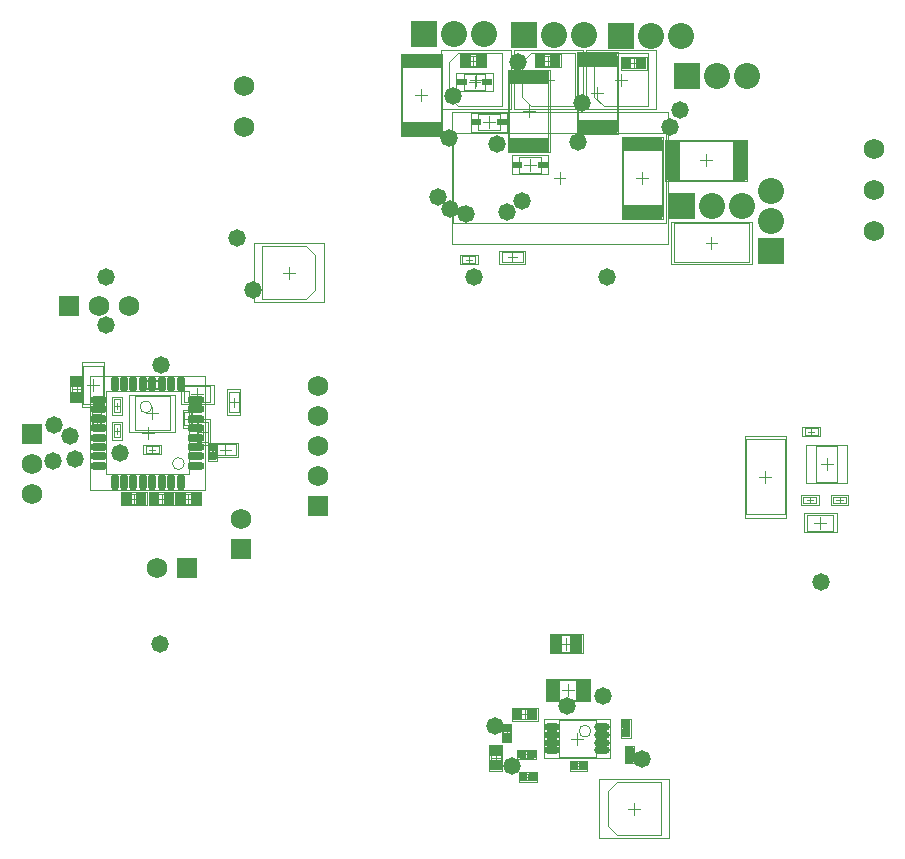
<source format=gbs>
G04 Layer_Color=16711935*
%FSLAX43Y43*%
%MOMM*%
G71*
G01*
G75*
%ADD28C,0.100*%
%ADD29C,0.050*%
%ADD48R,0.653X0.703*%
%ADD49R,0.703X0.653*%
%ADD52R,0.743X0.723*%
%ADD53R,1.053X0.953*%
%ADD54R,1.103X1.553*%
%ADD57R,0.953X1.053*%
%ADD58R,3.403X1.253*%
%ADD59R,1.253X3.403*%
%ADD63C,1.727*%
%ADD64R,1.727X1.727*%
%ADD65R,1.727X1.727*%
%ADD66C,2.203*%
%ADD67R,2.203X2.203*%
%ADD68R,2.203X2.203*%
%ADD69C,1.473*%
%ADD70R,0.723X0.743*%
%ADD71R,1.253X1.853*%
%ADD72R,0.953X0.553*%
%ADD73O,1.453X0.753*%
%ADD74O,0.753X1.453*%
%ADD75O,1.353X0.653*%
D28*
X77562Y120250D02*
G03*
X77562Y120250I-500J0D01*
G01*
X104438Y136754D02*
G03*
X104438Y136754I-500J0D01*
G01*
X80313Y115454D02*
G03*
X80313Y115454I-500J0D01*
G01*
X114738Y92804D02*
G03*
X114738Y92804I-500J0D01*
G01*
X76162Y118250D02*
X79062D01*
X76162Y121150D02*
X79062D01*
Y118250D02*
Y121150D01*
X76162Y118250D02*
Y121150D01*
X74325Y119777D02*
X74875D01*
X74325Y120877D02*
X74875D01*
Y119777D02*
Y120877D01*
X74325Y119777D02*
Y120877D01*
X72625Y118577D02*
X73175D01*
X72625Y119677D02*
X73175D01*
Y118577D02*
Y119677D01*
X72625Y118577D02*
Y119677D01*
X74325Y118777D02*
X74875D01*
X74325Y117677D02*
X74875D01*
X74325D02*
Y118777D01*
X74875Y117677D02*
Y118777D01*
X80325Y118677D02*
X80875D01*
Y119777D01*
X80325Y118677D02*
Y119777D01*
X80875D01*
X78150Y116352D02*
Y116902D01*
X77050D02*
X78150D01*
X77050Y116352D02*
X78150D01*
X77050D02*
Y116902D01*
X84650Y116152D02*
Y117102D01*
X82950D02*
X84650D01*
X82950Y116152D02*
X84650D01*
X82950D02*
Y117102D01*
X71750Y120527D02*
X73450D01*
X71750Y123727D02*
X73450D01*
X71750Y120527D02*
Y123727D01*
X73450Y120527D02*
Y123727D01*
X78150Y121852D02*
Y122402D01*
X77050Y121852D02*
Y122402D01*
Y121852D02*
X78150D01*
X77050Y122402D02*
X78150D01*
X81495Y118977D02*
X82305D01*
X81495Y117277D02*
X82305D01*
Y118977D01*
X81495Y117277D02*
Y118977D01*
X82500Y120627D02*
Y122027D01*
X80300Y120627D02*
X82500D01*
X80300D02*
Y122027D01*
X82500D01*
X84095Y119777D02*
X84905D01*
X84095Y121477D02*
X84905D01*
X84095Y119777D02*
Y121477D01*
X84905Y119777D02*
Y121477D01*
X133050Y109727D02*
X135250D01*
X133050Y111127D02*
X135250D01*
Y109727D02*
Y111127D01*
X133050Y109727D02*
Y111127D01*
X115813Y150204D02*
X119538D01*
Y145704D02*
Y150204D01*
X115813Y145704D02*
X119538D01*
X115038Y149429D02*
X115813Y150204D01*
X115038Y146479D02*
Y149429D01*
Y146479D02*
X115813Y145704D01*
X108888Y146479D02*
Y149429D01*
Y146479D02*
X109663Y145704D01*
X113388D01*
Y150204D01*
X109663D02*
X113388D01*
X108888Y149429D02*
X109663Y150204D01*
X103513D02*
X107238D01*
Y145704D02*
Y150204D01*
X103513Y145704D02*
X107238D01*
X102738Y149429D02*
X103513Y150204D01*
X102738Y146479D02*
Y149429D01*
Y146479D02*
X103513Y145704D01*
X90625Y129350D02*
X91400Y130125D01*
Y133075D01*
X86900Y129350D02*
X90625D01*
Y133850D02*
X91400Y133075D01*
X86900Y133850D02*
X90625D01*
X86900Y129350D02*
Y133850D01*
X108950Y132522D02*
Y133332D01*
X107250Y132522D02*
Y133332D01*
Y132522D02*
X108950D01*
X107250Y133332D02*
X108950D01*
X116150Y87702D02*
X116925Y88477D01*
X116150Y84752D02*
Y87702D01*
X116925Y88477D02*
X120650D01*
Y83977D02*
Y88477D01*
X116150Y84752D02*
X116925Y83977D01*
X120650D01*
X136338Y112079D02*
Y112629D01*
X135238D02*
X136338D01*
X135238Y112079D02*
X136338D01*
X135238D02*
Y112629D01*
X133938Y117879D02*
Y118429D01*
X132838D02*
X133938D01*
X132838Y117879D02*
X133938D01*
X132838D02*
Y118429D01*
X133838Y112079D02*
Y112629D01*
X132738D02*
X133838D01*
X132738Y112079D02*
X133838D01*
X132738D02*
Y112629D01*
X127850Y111147D02*
X131150D01*
Y117507D01*
X127850Y111147D02*
Y117507D01*
X131150D01*
X121770Y132477D02*
Y135777D01*
X128130Y132477D02*
Y135777D01*
X121770D02*
X128130D01*
X121770Y132477D02*
X128130D01*
X103850Y132452D02*
Y133002D01*
X104950Y132452D02*
Y133002D01*
X103850D02*
X104950D01*
X103850Y132452D02*
X104950D01*
X133838Y113904D02*
X135588D01*
Y116904D01*
X133838D02*
X135588D01*
X133838Y113904D02*
Y116904D01*
X121138Y135854D02*
Y143454D01*
X103038D02*
X121138D01*
X103038Y135854D02*
X121138D01*
X103038D02*
Y143454D01*
X127680Y139477D02*
Y142777D01*
X121320D02*
X127680D01*
X121320Y139477D02*
Y142777D01*
Y139477D02*
X127680D01*
X119213Y148949D02*
Y149759D01*
X117513Y148949D02*
X119213D01*
X117513Y149759D02*
X119213D01*
X117513Y148949D02*
Y149759D01*
X111938Y149149D02*
Y149959D01*
X110238Y149149D02*
X111938D01*
X110238Y149959D02*
X111938D01*
X110238Y149149D02*
Y149959D01*
X105638Y149149D02*
Y149959D01*
X103938Y149149D02*
X105638D01*
X103938Y149959D02*
X105638D01*
X103938Y149149D02*
Y149959D01*
X106295Y89677D02*
Y91377D01*
Y89677D02*
X107105D01*
X106295Y91377D02*
X107105D01*
Y89677D02*
Y91377D01*
X109860Y90552D02*
Y91102D01*
X108760Y90552D02*
Y91102D01*
X109860D01*
X108760Y90552D02*
X109860D01*
X70795Y120877D02*
Y122577D01*
Y120877D02*
X71605D01*
X70795Y122577D02*
X71605D01*
Y120877D02*
Y122577D01*
X81513Y112049D02*
Y112859D01*
X79813Y112049D02*
X81513D01*
X79813Y112859D02*
X81513D01*
X79813Y112049D02*
Y112859D01*
X117975Y92477D02*
Y93577D01*
X117425D02*
X117975D01*
X117425Y92477D02*
X117975D01*
X117425D02*
Y93577D01*
X76913Y112049D02*
Y112859D01*
X75213Y112049D02*
X76913D01*
X75213Y112859D02*
X76913D01*
X75213Y112049D02*
Y112859D01*
X79238Y112049D02*
Y112859D01*
X77538Y112049D02*
X79238D01*
X77538Y112859D02*
X79238D01*
X77538Y112049D02*
Y112859D01*
X108275Y93822D02*
Y94632D01*
X109975Y93822D02*
Y94632D01*
X108275D02*
X109975D01*
X108275Y93822D02*
X109975D01*
X113750Y99500D02*
Y100900D01*
X111550D02*
X113750D01*
X111550Y99500D02*
Y100900D01*
Y99500D02*
X113750D01*
X114400Y95450D02*
Y97150D01*
X111200D02*
X114400D01*
X111200Y95450D02*
Y97150D01*
Y95450D02*
X114400D01*
X103988Y148429D02*
X105788D01*
X103988Y147079D02*
X105788D01*
Y148429D01*
X103988Y147079D02*
Y148429D01*
X105213Y145029D02*
X107013D01*
Y143679D02*
Y145029D01*
X105213Y143679D02*
Y145029D01*
Y143679D02*
X107013D01*
X108688Y141429D02*
X110488D01*
Y140079D02*
Y141429D01*
X108688Y140079D02*
Y141429D01*
Y140079D02*
X110488D01*
X98738Y143474D02*
X102038D01*
X98738Y149834D02*
X102038D01*
Y143474D02*
Y149834D01*
X98738Y143474D02*
Y149834D01*
X107838Y148484D02*
X111138D01*
Y142124D02*
Y148484D01*
X107838Y142124D02*
Y148484D01*
Y142124D02*
X111138D01*
X113638Y149984D02*
X116938D01*
Y143624D02*
Y149984D01*
X113638Y143624D02*
Y149984D01*
Y143624D02*
X116938D01*
X117450Y136447D02*
X120750D01*
Y142807D01*
X117450Y136447D02*
Y142807D01*
X120750D01*
X82413Y117004D02*
X82963D01*
X82413Y115904D02*
X82963D01*
Y117004D01*
X82413Y115904D02*
Y117004D01*
X114250Y89552D02*
Y90102D01*
X113150Y89552D02*
X114250D01*
X113150Y90102D02*
X114250D01*
X113150Y89552D02*
Y90102D01*
X109950Y88652D02*
Y89202D01*
X108850Y88652D02*
X109950D01*
X108850Y89202D02*
X109950D01*
X108850Y88652D02*
Y89202D01*
X118275Y90277D02*
Y91377D01*
X117725D02*
X118275D01*
X117725Y90277D02*
X118275D01*
X117725D02*
Y91377D01*
X107875Y92077D02*
Y93177D01*
X107325D02*
X107875D01*
X107325Y92077D02*
X107875D01*
X107325D02*
Y93177D01*
X80713Y114554D02*
Y121554D01*
X73713D02*
X80713D01*
X73713Y114554D02*
X80713D01*
X73713D02*
Y121554D01*
X115138Y90604D02*
Y93704D01*
X112038D02*
X115138D01*
X112038Y90604D02*
X115138D01*
X112038D02*
Y93704D01*
X77612Y119200D02*
Y120200D01*
X77112Y119700D02*
X78112D01*
X74325Y120327D02*
X74875D01*
X74600Y120052D02*
Y120602D01*
X72625Y119127D02*
X73175D01*
X72900Y118852D02*
Y119402D01*
X74325Y118227D02*
X74875D01*
X74600Y117952D02*
Y118502D01*
X80325Y119227D02*
X80875D01*
X80600Y118952D02*
Y119502D01*
X77600Y116352D02*
Y116902D01*
X77325Y116627D02*
X77875D01*
X83800Y116152D02*
Y117102D01*
X83325Y116627D02*
X84275D01*
X72600Y121627D02*
Y122627D01*
X72100Y122127D02*
X73100D01*
X77600Y121852D02*
Y122402D01*
X77325Y122127D02*
X77875D01*
X81900Y117722D02*
Y118532D01*
X81495Y118127D02*
X82305D01*
X80900Y121327D02*
X81900D01*
X81400Y120827D02*
Y121827D01*
X84500Y120222D02*
Y121032D01*
X84095Y120627D02*
X84905D01*
X134150Y109927D02*
Y110927D01*
X133650Y110427D02*
X134650D01*
X117288Y147454D02*
Y148454D01*
X116788Y147954D02*
X117788D01*
X111138Y147454D02*
Y148454D01*
X110638Y147954D02*
X111638D01*
X104988Y147454D02*
Y148454D01*
X104488Y147954D02*
X105488D01*
X89150Y131100D02*
Y132100D01*
X88650Y131600D02*
X89650D01*
X107695Y132927D02*
X108505D01*
X108100Y132522D02*
Y133332D01*
X118400Y85727D02*
Y86727D01*
X117900Y86227D02*
X118900D01*
X135513Y112354D02*
X136063D01*
X135788Y112079D02*
Y112629D01*
X133113Y118154D02*
X133663D01*
X133388Y117879D02*
Y118429D01*
X133013Y112354D02*
X133563D01*
X133288Y112079D02*
Y112629D01*
X129000Y114327D02*
X130000D01*
X129500Y113827D02*
Y114827D01*
X124450Y134127D02*
X125450D01*
X124950Y133627D02*
Y134627D01*
X104400Y132452D02*
Y133002D01*
X104125Y132727D02*
X104675D01*
X134713Y114904D02*
Y115904D01*
X134213Y115404D02*
X135213D01*
X111588Y139654D02*
X112588D01*
X112088Y139154D02*
Y140154D01*
X124500Y140627D02*
Y141627D01*
X124000Y141127D02*
X125000D01*
X118363Y148949D02*
Y149759D01*
X117958Y149354D02*
X118768D01*
X111088Y149149D02*
Y149959D01*
X110683Y149554D02*
X111493D01*
X104788Y149149D02*
Y149959D01*
X104383Y149554D02*
X105193D01*
X106700Y90122D02*
Y90932D01*
X106295Y90527D02*
X107105D01*
X109310Y90552D02*
Y91102D01*
X109035Y90827D02*
X109585D01*
X71200Y121322D02*
Y122132D01*
X70795Y121727D02*
X71605D01*
X80663Y112049D02*
Y112859D01*
X80258Y112454D02*
X81068D01*
X117700Y92752D02*
Y93302D01*
X117425Y93027D02*
X117975D01*
X76063Y112049D02*
Y112859D01*
X75658Y112454D02*
X76468D01*
X78388Y112049D02*
Y112859D01*
X77983Y112454D02*
X78793D01*
X109125Y93822D02*
Y94632D01*
X108720Y94227D02*
X109530D01*
X112150Y100200D02*
X113150D01*
X112650Y99700D02*
Y100700D01*
X112300Y96300D02*
X113300D01*
X112800Y95800D02*
Y96800D01*
X104388Y147754D02*
X105388D01*
X104888Y147254D02*
Y148254D01*
X106113Y143854D02*
Y144854D01*
X105613Y144354D02*
X106613D01*
X109588Y140254D02*
Y141254D01*
X109088Y140754D02*
X110088D01*
X100388Y146154D02*
Y147154D01*
X99888Y146654D02*
X100888D01*
X109488Y144804D02*
Y145804D01*
X108988Y145304D02*
X109988D01*
X115288Y146304D02*
Y147304D01*
X114788Y146804D02*
X115788D01*
X118600Y139627D02*
X119600D01*
X119100Y139127D02*
Y140127D01*
X82413Y116454D02*
X82963D01*
X82688Y116179D02*
Y116729D01*
X113700Y89552D02*
Y90102D01*
X113425Y89827D02*
X113975D01*
X109400Y88652D02*
Y89202D01*
X109125Y88927D02*
X109675D01*
X118000Y90552D02*
Y91102D01*
X117725Y90827D02*
X118275D01*
X107600Y92352D02*
Y92902D01*
X107325Y92627D02*
X107875D01*
X77213Y117554D02*
Y118554D01*
X76713Y118054D02*
X77713D01*
X113088Y92154D02*
X114088D01*
X113588Y91654D02*
Y92654D01*
D29*
X75657Y118150D02*
X79567D01*
X75657Y121250D02*
X79567D01*
Y118150D02*
Y121250D01*
X75657Y118150D02*
Y121250D01*
X75000Y119577D02*
Y121077D01*
X74200Y119577D02*
X75000D01*
X74200Y121077D02*
X75000D01*
X74200Y119577D02*
Y121077D01*
X73300Y118377D02*
Y119877D01*
X72500Y118377D02*
X73300D01*
X72500Y119877D02*
X73300D01*
X72500Y118377D02*
Y119877D01*
X74200Y117477D02*
Y118977D01*
X75000D01*
X74200Y117477D02*
X75000D01*
Y118977D01*
X80200Y118477D02*
X81000D01*
X80200D02*
Y119977D01*
X81000Y118477D02*
Y119977D01*
X80200D02*
X81000D01*
X78350Y116227D02*
Y117027D01*
X76850Y116227D02*
X78350D01*
X76850Y117027D02*
X78350D01*
X76850Y116227D02*
Y117027D01*
X84850Y116027D02*
Y117227D01*
X82750Y116027D02*
X84850D01*
X82750Y117227D02*
X84850D01*
X82750Y116027D02*
Y117227D01*
X71650Y120227D02*
X73550D01*
X71650Y124027D02*
X73550D01*
X71650Y120227D02*
Y124027D01*
X73550Y120227D02*
Y124027D01*
X78400Y121727D02*
Y122527D01*
X76800Y121727D02*
X78400D01*
X76800Y122527D02*
X78400D01*
X76800Y121727D02*
Y122527D01*
X81350Y119227D02*
X82450D01*
X81350Y117027D02*
X82450D01*
Y119227D01*
X81350Y117027D02*
Y119227D01*
X82800Y120527D02*
Y122127D01*
X80000Y120527D02*
X82800D01*
X80000Y122127D02*
X82800D01*
X80000Y120527D02*
Y122127D01*
X83950Y119527D02*
X85050D01*
X83950Y121727D02*
X85050D01*
X83950Y119527D02*
Y121727D01*
X85050Y119527D02*
Y121727D01*
X132750Y109627D02*
X135550D01*
X132750Y111227D02*
X135550D01*
Y109627D02*
Y111227D01*
X132750Y109627D02*
Y111227D01*
X120238Y145454D02*
Y150454D01*
X114338D02*
X120238D01*
X114338Y145454D02*
X120238D01*
X114338D02*
Y150454D01*
X108188Y145454D02*
X114088D01*
X108188Y150454D02*
X114088D01*
Y145454D02*
Y150454D01*
X108188Y145454D02*
Y150454D01*
X107938Y145454D02*
Y150454D01*
X102038D02*
X107938D01*
X102038Y145454D02*
X107938D01*
X102038D02*
Y150454D01*
X86200Y129100D02*
X92100D01*
Y134100D01*
X86200Y129100D02*
Y134100D01*
X92100D01*
X109200Y132377D02*
Y133477D01*
X107000Y132377D02*
Y133477D01*
Y132377D02*
X109200D01*
X107000Y133477D02*
X109200D01*
X115450Y88727D02*
X121350D01*
X115450Y83727D02*
Y88727D01*
X121350Y83727D02*
Y88727D01*
X115450Y83727D02*
X121350D01*
X136538Y111954D02*
Y112754D01*
X135038D02*
X136538D01*
X135038Y111954D02*
X136538D01*
X135038D02*
Y112754D01*
X134138Y117754D02*
Y118554D01*
X132638D02*
X134138D01*
X132638Y117754D02*
X134138D01*
X132638D02*
Y118554D01*
X134038Y111954D02*
Y112754D01*
X132538D02*
X134038D01*
X132538Y111954D02*
X134038D01*
X132538D02*
Y112754D01*
X131250Y110877D02*
Y117777D01*
X127750D02*
X131250D01*
X127750Y110877D02*
X131250D01*
X127750D02*
Y117777D01*
X121500Y132377D02*
Y135877D01*
X128400Y132377D02*
Y135877D01*
X121500D02*
X128400D01*
X121500Y132377D02*
X128400D01*
X103650Y133127D02*
X105150D01*
X103650Y132327D02*
Y133127D01*
X105150Y132327D02*
Y133127D01*
X103650Y132327D02*
X105150D01*
X136463Y113804D02*
Y117004D01*
X132963D02*
X136463D01*
X132963Y113804D02*
X136463D01*
X132963D02*
Y117004D01*
X121238Y134079D02*
Y145229D01*
X102938D02*
X121238D01*
X102938Y134079D02*
X121238D01*
X102938D02*
Y145229D01*
X127950Y139377D02*
Y142877D01*
X121050D02*
X127950D01*
X121050Y139377D02*
X127950D01*
X121050D02*
Y142877D01*
X119463Y148804D02*
Y149904D01*
X117263D02*
X119463D01*
X117263Y148804D02*
X119463D01*
X117263D02*
Y149904D01*
X112188Y149004D02*
Y150104D01*
X109988D02*
X112188D01*
X109988Y149004D02*
X112188D01*
X109988D02*
Y150104D01*
X105888Y149004D02*
Y150104D01*
X103688D02*
X105888D01*
X103688Y149004D02*
X105888D01*
X103688D02*
Y150104D01*
X106150Y89427D02*
Y91627D01*
Y89427D02*
X107250D01*
X106150Y91627D02*
X107250D01*
Y89427D02*
Y91627D01*
X110110Y90427D02*
Y91227D01*
X108510D02*
X110110D01*
X108510Y90427D02*
X110110D01*
X108510D02*
Y91227D01*
X70650Y120627D02*
Y122827D01*
Y120627D02*
X71750D01*
X70650Y122827D02*
X71750D01*
Y120627D02*
Y122827D01*
X81763Y111904D02*
Y113004D01*
X79563D02*
X81763D01*
X79563Y111904D02*
X81763D01*
X79563D02*
Y113004D01*
X118100Y92227D02*
Y93827D01*
X117300D02*
X118100D01*
X117300Y92227D02*
X118100D01*
X117300D02*
Y93827D01*
X77163Y111904D02*
Y113004D01*
X74963D02*
X77163D01*
X74963Y111904D02*
X77163D01*
X74963D02*
Y113004D01*
X79488Y111904D02*
Y113004D01*
X77288D02*
X79488D01*
X77288Y111904D02*
X79488D01*
X77288D02*
Y113004D01*
X108025Y94777D02*
X110225D01*
X108025Y93677D02*
Y94777D01*
X110225Y93677D02*
Y94777D01*
X108025Y93677D02*
X110225D01*
X114050Y99400D02*
Y101000D01*
X111250D02*
X114050D01*
X111250Y99400D02*
X114050D01*
X111250D02*
Y101000D01*
X114700Y95350D02*
Y97250D01*
X110900D02*
X114700D01*
X110900Y95350D02*
X114700D01*
X110900D02*
Y97250D01*
X106438Y146954D02*
Y148554D01*
X103338D02*
X106438D01*
X103338Y146954D02*
X106438D01*
X103338D02*
Y148554D01*
X107663Y143554D02*
Y145154D01*
X104563D02*
X107663D01*
X104563Y143554D02*
X107663D01*
X104563D02*
Y145154D01*
X111138Y139954D02*
Y141554D01*
X108038D02*
X111138D01*
X108038Y139954D02*
X111138D01*
X108038D02*
Y141554D01*
X98638Y143204D02*
X102138D01*
X98638Y150104D02*
X102138D01*
Y143204D02*
Y150104D01*
X98638Y143204D02*
Y150104D01*
X111238Y141854D02*
Y148754D01*
X107738D02*
X111238D01*
X107738Y141854D02*
X111238D01*
X107738D02*
Y148754D01*
X117038Y143354D02*
Y150254D01*
X113538D02*
X117038D01*
X113538Y143354D02*
X117038D01*
X113538D02*
Y150254D01*
X120850Y136177D02*
Y143077D01*
X117350D02*
X120850D01*
X117350Y136177D02*
X120850D01*
X117350D02*
Y143077D01*
X83088Y115704D02*
Y117204D01*
X82288D02*
X83088D01*
X82288Y115704D02*
X83088D01*
X82288D02*
Y117204D01*
X114450Y89427D02*
Y90227D01*
X112950D02*
X114450D01*
X112950Y89427D02*
X114450D01*
X112950D02*
Y90227D01*
X110150Y88527D02*
Y89327D01*
X108650D02*
X110150D01*
X108650Y88527D02*
X110150D01*
X108650D02*
Y89327D01*
X118400Y90077D02*
Y91577D01*
X117600D02*
X118400D01*
X117600Y90077D02*
X118400D01*
X117600D02*
Y91577D01*
X108000Y91877D02*
Y93377D01*
X107200D02*
X108000D01*
X107200Y91877D02*
X108000D01*
X107200D02*
Y93377D01*
X82063Y113204D02*
Y122904D01*
X72363D02*
X82063D01*
X72363Y113204D02*
X82063D01*
X72363D02*
Y122904D01*
X116388Y90504D02*
Y93804D01*
X110788D02*
X116388D01*
X110788Y90504D02*
X116388D01*
X110788D02*
Y93804D01*
D48*
X82688Y116854D02*
D03*
Y116054D02*
D03*
X118000Y91227D02*
D03*
Y90427D02*
D03*
X107600Y93027D02*
D03*
Y92227D02*
D03*
D49*
X114100Y89827D02*
D03*
X113300D02*
D03*
X109800Y88927D02*
D03*
X109000D02*
D03*
D52*
X109720Y90827D02*
D03*
X108900D02*
D03*
D53*
X106700Y89902D02*
D03*
Y91152D02*
D03*
X71200Y121102D02*
D03*
Y122352D02*
D03*
D54*
X113500Y100200D02*
D03*
X111800D02*
D03*
D57*
X118988Y149354D02*
D03*
X117738D02*
D03*
X111713Y149554D02*
D03*
X110463D02*
D03*
X105413Y149554D02*
D03*
X104163D02*
D03*
X81288Y112454D02*
D03*
X80038D02*
D03*
X76688D02*
D03*
X75438D02*
D03*
X79013D02*
D03*
X77763D02*
D03*
X108500Y94227D02*
D03*
X109750D02*
D03*
D58*
X100388Y143804D02*
D03*
Y149504D02*
D03*
X109488Y148154D02*
D03*
Y142454D02*
D03*
X115288Y149654D02*
D03*
Y143954D02*
D03*
X119100Y142477D02*
D03*
Y136777D02*
D03*
D59*
X127350Y141127D02*
D03*
X121650D02*
D03*
D63*
X138700Y138600D02*
D03*
Y142100D02*
D03*
Y135100D02*
D03*
X85400Y143950D02*
D03*
Y147450D02*
D03*
X78030Y106600D02*
D03*
X85100Y110770D02*
D03*
X91600Y119440D02*
D03*
Y114360D02*
D03*
Y121980D02*
D03*
Y116900D02*
D03*
X67400Y115400D02*
D03*
Y112860D02*
D03*
X73100Y128800D02*
D03*
X75640D02*
D03*
D64*
X80570Y106600D02*
D03*
X70560Y128800D02*
D03*
D65*
X85100Y108230D02*
D03*
X91600Y111820D02*
D03*
X67400Y117940D02*
D03*
D66*
X130000Y138507D02*
D03*
Y135967D02*
D03*
X119788Y151654D02*
D03*
X122328D02*
D03*
X125400Y148227D02*
D03*
X127940D02*
D03*
X111648Y151754D02*
D03*
X114188D02*
D03*
X125000Y137227D02*
D03*
X127540D02*
D03*
X103188Y151854D02*
D03*
X105728D02*
D03*
D67*
X130000Y133427D02*
D03*
D68*
X117248Y151654D02*
D03*
X122860Y148227D02*
D03*
X109108Y151754D02*
D03*
X122460Y137227D02*
D03*
X100648Y151854D02*
D03*
D69*
X113614Y142697D02*
D03*
X108534Y149454D02*
D03*
X103073Y146533D02*
D03*
X113993Y145974D02*
D03*
X106756Y142545D02*
D03*
X119024Y90427D02*
D03*
X122301Y145415D02*
D03*
X78308Y123825D02*
D03*
X115800Y95783D02*
D03*
X101803Y138024D02*
D03*
X69190Y115696D02*
D03*
X108026Y89865D02*
D03*
X84760Y134518D02*
D03*
X104191Y136550D02*
D03*
X78232Y100178D02*
D03*
X106655Y93193D02*
D03*
X112751Y94894D02*
D03*
X134187Y105385D02*
D03*
X116076Y131216D02*
D03*
X104800D02*
D03*
X121412Y143916D02*
D03*
X102758Y143053D02*
D03*
X71069Y115824D02*
D03*
X108915Y137668D02*
D03*
X86157Y130150D02*
D03*
X74879Y116383D02*
D03*
X102845Y137031D02*
D03*
X70663Y117805D02*
D03*
X69240Y118694D02*
D03*
X73711Y127203D02*
D03*
Y131267D02*
D03*
X107645Y136779D02*
D03*
D70*
X117700Y93437D02*
D03*
Y92617D02*
D03*
D71*
X114075Y96300D02*
D03*
X111525D02*
D03*
D72*
X105963Y147754D02*
D03*
X103813D02*
D03*
X107188Y144354D02*
D03*
X105038D02*
D03*
X110663Y140754D02*
D03*
X108513D02*
D03*
D73*
X81338Y119254D02*
D03*
Y118454D02*
D03*
Y120854D02*
D03*
Y120054D02*
D03*
Y116854D02*
D03*
Y116054D02*
D03*
Y117654D02*
D03*
Y115254D02*
D03*
X73088Y120054D02*
D03*
Y119254D02*
D03*
Y120854D02*
D03*
Y117654D02*
D03*
Y116854D02*
D03*
Y118454D02*
D03*
Y115254D02*
D03*
Y116054D02*
D03*
D74*
X79213Y122179D02*
D03*
X80013D02*
D03*
X78413D02*
D03*
X77613D02*
D03*
X80013Y113929D02*
D03*
X79213D02*
D03*
X77613D02*
D03*
X78413D02*
D03*
X76813D02*
D03*
X76013Y122179D02*
D03*
X76813D02*
D03*
X74413D02*
D03*
X75213D02*
D03*
Y113929D02*
D03*
X76013D02*
D03*
X74413D02*
D03*
D75*
X115713Y92479D02*
D03*
Y93129D02*
D03*
Y91829D02*
D03*
Y91179D02*
D03*
X111463Y93129D02*
D03*
Y91829D02*
D03*
Y92479D02*
D03*
Y91179D02*
D03*
M02*

</source>
